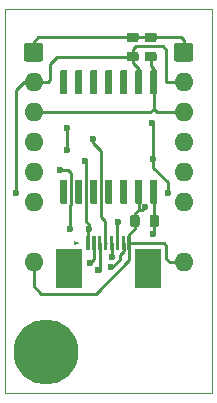
<source format=gtl>
G04 #@! TF.GenerationSoftware,KiCad,Pcbnew,(5.1.5-0-10_14)*
G04 #@! TF.CreationDate,2020-04-13T12:38:15+03:00*
G04 #@! TF.ProjectId,npa700-breakout-b1,6e706137-3030-42d6-9272-65616b6f7574,rev?*
G04 #@! TF.SameCoordinates,Original*
G04 #@! TF.FileFunction,Copper,L1,Top*
G04 #@! TF.FilePolarity,Positive*
%FSLAX46Y46*%
G04 Gerber Fmt 4.6, Leading zero omitted, Abs format (unit mm)*
G04 Created by KiCad (PCBNEW (5.1.5-0-10_14)) date 2020-04-13 12:38:15*
%MOMM*%
%LPD*%
G04 APERTURE LIST*
%ADD10C,0.010000*%
%ADD11O,1.600000X1.600000*%
%ADD12C,0.100000*%
%ADD13C,5.500000*%
%ADD14C,0.700000*%
%ADD15C,0.600000*%
%ADD16C,0.250000*%
G04 APERTURE END LIST*
D10*
X83250001Y-111000000D02*
X83250000Y-78490000D01*
X100750000Y-78490000D02*
X100749999Y-111000000D01*
X100750000Y-78490000D02*
X83250000Y-78490000D01*
X100749999Y-111000000D02*
X83250001Y-111000000D01*
D11*
X85650000Y-99890000D03*
X85650000Y-94810000D03*
X85650000Y-92270000D03*
X85650000Y-89730000D03*
X85650000Y-87190000D03*
X85650000Y-84650000D03*
G04 #@! TA.AperFunction,ComponentPad*
D12*
G36*
X86269603Y-81310963D02*
G01*
X86289018Y-81313843D01*
X86308057Y-81318612D01*
X86326537Y-81325224D01*
X86344279Y-81333616D01*
X86361114Y-81343706D01*
X86376879Y-81355398D01*
X86391421Y-81368579D01*
X86404602Y-81383121D01*
X86416294Y-81398886D01*
X86426384Y-81415721D01*
X86434776Y-81433463D01*
X86441388Y-81451943D01*
X86446157Y-81470982D01*
X86449037Y-81490397D01*
X86450000Y-81510000D01*
X86450000Y-82710000D01*
X86449037Y-82729603D01*
X86446157Y-82749018D01*
X86441388Y-82768057D01*
X86434776Y-82786537D01*
X86426384Y-82804279D01*
X86416294Y-82821114D01*
X86404602Y-82836879D01*
X86391421Y-82851421D01*
X86376879Y-82864602D01*
X86361114Y-82876294D01*
X86344279Y-82886384D01*
X86326537Y-82894776D01*
X86308057Y-82901388D01*
X86289018Y-82906157D01*
X86269603Y-82909037D01*
X86250000Y-82910000D01*
X85050000Y-82910000D01*
X85030397Y-82909037D01*
X85010982Y-82906157D01*
X84991943Y-82901388D01*
X84973463Y-82894776D01*
X84955721Y-82886384D01*
X84938886Y-82876294D01*
X84923121Y-82864602D01*
X84908579Y-82851421D01*
X84895398Y-82836879D01*
X84883706Y-82821114D01*
X84873616Y-82804279D01*
X84865224Y-82786537D01*
X84858612Y-82768057D01*
X84853843Y-82749018D01*
X84850963Y-82729603D01*
X84850000Y-82710000D01*
X84850000Y-81510000D01*
X84850963Y-81490397D01*
X84853843Y-81470982D01*
X84858612Y-81451943D01*
X84865224Y-81433463D01*
X84873616Y-81415721D01*
X84883706Y-81398886D01*
X84895398Y-81383121D01*
X84908579Y-81368579D01*
X84923121Y-81355398D01*
X84938886Y-81343706D01*
X84955721Y-81333616D01*
X84973463Y-81325224D01*
X84991943Y-81318612D01*
X85010982Y-81313843D01*
X85030397Y-81310963D01*
X85050000Y-81310000D01*
X86250000Y-81310000D01*
X86269603Y-81310963D01*
G37*
G04 #@! TD.AperFunction*
D11*
X98350000Y-99890000D03*
X98350000Y-94810000D03*
X98350000Y-92270000D03*
X98350000Y-89730000D03*
X98350000Y-87190000D03*
X98350000Y-84650000D03*
G04 #@! TA.AperFunction,ComponentPad*
D12*
G36*
X98969603Y-81310963D02*
G01*
X98989018Y-81313843D01*
X99008057Y-81318612D01*
X99026537Y-81325224D01*
X99044279Y-81333616D01*
X99061114Y-81343706D01*
X99076879Y-81355398D01*
X99091421Y-81368579D01*
X99104602Y-81383121D01*
X99116294Y-81398886D01*
X99126384Y-81415721D01*
X99134776Y-81433463D01*
X99141388Y-81451943D01*
X99146157Y-81470982D01*
X99149037Y-81490397D01*
X99150000Y-81510000D01*
X99150000Y-82710000D01*
X99149037Y-82729603D01*
X99146157Y-82749018D01*
X99141388Y-82768057D01*
X99134776Y-82786537D01*
X99126384Y-82804279D01*
X99116294Y-82821114D01*
X99104602Y-82836879D01*
X99091421Y-82851421D01*
X99076879Y-82864602D01*
X99061114Y-82876294D01*
X99044279Y-82886384D01*
X99026537Y-82894776D01*
X99008057Y-82901388D01*
X98989018Y-82906157D01*
X98969603Y-82909037D01*
X98950000Y-82910000D01*
X97750000Y-82910000D01*
X97730397Y-82909037D01*
X97710982Y-82906157D01*
X97691943Y-82901388D01*
X97673463Y-82894776D01*
X97655721Y-82886384D01*
X97638886Y-82876294D01*
X97623121Y-82864602D01*
X97608579Y-82851421D01*
X97595398Y-82836879D01*
X97583706Y-82821114D01*
X97573616Y-82804279D01*
X97565224Y-82786537D01*
X97558612Y-82768057D01*
X97553843Y-82749018D01*
X97550963Y-82729603D01*
X97550000Y-82710000D01*
X97550000Y-81510000D01*
X97550963Y-81490397D01*
X97553843Y-81470982D01*
X97558612Y-81451943D01*
X97565224Y-81433463D01*
X97573616Y-81415721D01*
X97583706Y-81398886D01*
X97595398Y-81383121D01*
X97608579Y-81368579D01*
X97623121Y-81355398D01*
X97638886Y-81343706D01*
X97655721Y-81333616D01*
X97673463Y-81325224D01*
X97691943Y-81318612D01*
X97710982Y-81313843D01*
X97730397Y-81310963D01*
X97750000Y-81310000D01*
X98950000Y-81310000D01*
X98969603Y-81310963D01*
G37*
G04 #@! TD.AperFunction*
D13*
X86700000Y-107490000D03*
D14*
X89100000Y-107490000D03*
X88397056Y-109187056D03*
X86700000Y-109890000D03*
X85002944Y-109187056D03*
X84300000Y-107490000D03*
X85002944Y-105792944D03*
X86700000Y-105090000D03*
X88397056Y-105792944D03*
G04 #@! TA.AperFunction,SMDPad,CuDef*
D12*
G36*
X96077579Y-95890963D02*
G01*
X96096996Y-95893843D01*
X96116038Y-95898613D01*
X96134520Y-95905226D01*
X96152265Y-95913619D01*
X96169102Y-95923711D01*
X96184869Y-95935404D01*
X96199413Y-95948587D01*
X96212596Y-95963131D01*
X96224289Y-95978898D01*
X96234381Y-95995735D01*
X96242774Y-96013480D01*
X96249387Y-96031962D01*
X96254157Y-96051004D01*
X96257037Y-96070421D01*
X96258000Y-96090027D01*
X96258000Y-96709973D01*
X96257037Y-96729579D01*
X96254157Y-96748996D01*
X96249387Y-96768038D01*
X96242774Y-96786520D01*
X96234381Y-96804265D01*
X96224289Y-96821102D01*
X96212596Y-96836869D01*
X96199413Y-96851413D01*
X96184869Y-96864596D01*
X96169102Y-96876289D01*
X96152265Y-96886381D01*
X96134520Y-96894774D01*
X96116038Y-96901387D01*
X96096996Y-96906157D01*
X96077579Y-96909037D01*
X96057973Y-96910000D01*
X95668027Y-96910000D01*
X95648421Y-96909037D01*
X95629004Y-96906157D01*
X95609962Y-96901387D01*
X95591480Y-96894774D01*
X95573735Y-96886381D01*
X95556898Y-96876289D01*
X95541131Y-96864596D01*
X95526587Y-96851413D01*
X95513404Y-96836869D01*
X95501711Y-96821102D01*
X95491619Y-96804265D01*
X95483226Y-96786520D01*
X95476613Y-96768038D01*
X95471843Y-96748996D01*
X95468963Y-96729579D01*
X95468000Y-96709973D01*
X95468000Y-96090027D01*
X95468963Y-96070421D01*
X95471843Y-96051004D01*
X95476613Y-96031962D01*
X95483226Y-96013480D01*
X95491619Y-95995735D01*
X95501711Y-95978898D01*
X95513404Y-95963131D01*
X95526587Y-95948587D01*
X95541131Y-95935404D01*
X95556898Y-95923711D01*
X95573735Y-95913619D01*
X95591480Y-95905226D01*
X95609962Y-95898613D01*
X95629004Y-95893843D01*
X95648421Y-95890963D01*
X95668027Y-95890000D01*
X96057973Y-95890000D01*
X96077579Y-95890963D01*
G37*
G04 #@! TD.AperFunction*
G04 #@! TA.AperFunction,SMDPad,CuDef*
G36*
X94447579Y-95890963D02*
G01*
X94466996Y-95893843D01*
X94486038Y-95898613D01*
X94504520Y-95905226D01*
X94522265Y-95913619D01*
X94539102Y-95923711D01*
X94554869Y-95935404D01*
X94569413Y-95948587D01*
X94582596Y-95963131D01*
X94594289Y-95978898D01*
X94604381Y-95995735D01*
X94612774Y-96013480D01*
X94619387Y-96031962D01*
X94624157Y-96051004D01*
X94627037Y-96070421D01*
X94628000Y-96090027D01*
X94628000Y-96709973D01*
X94627037Y-96729579D01*
X94624157Y-96748996D01*
X94619387Y-96768038D01*
X94612774Y-96786520D01*
X94604381Y-96804265D01*
X94594289Y-96821102D01*
X94582596Y-96836869D01*
X94569413Y-96851413D01*
X94554869Y-96864596D01*
X94539102Y-96876289D01*
X94522265Y-96886381D01*
X94504520Y-96894774D01*
X94486038Y-96901387D01*
X94466996Y-96906157D01*
X94447579Y-96909037D01*
X94427973Y-96910000D01*
X94038027Y-96910000D01*
X94018421Y-96909037D01*
X93999004Y-96906157D01*
X93979962Y-96901387D01*
X93961480Y-96894774D01*
X93943735Y-96886381D01*
X93926898Y-96876289D01*
X93911131Y-96864596D01*
X93896587Y-96851413D01*
X93883404Y-96836869D01*
X93871711Y-96821102D01*
X93861619Y-96804265D01*
X93853226Y-96786520D01*
X93846613Y-96768038D01*
X93841843Y-96748996D01*
X93838963Y-96729579D01*
X93838000Y-96709973D01*
X93838000Y-96090027D01*
X93838963Y-96070421D01*
X93841843Y-96051004D01*
X93846613Y-96031962D01*
X93853226Y-96013480D01*
X93861619Y-95995735D01*
X93871711Y-95978898D01*
X93883404Y-95963131D01*
X93896587Y-95948587D01*
X93911131Y-95935404D01*
X93926898Y-95923711D01*
X93943735Y-95913619D01*
X93961480Y-95905226D01*
X93979962Y-95898613D01*
X93999004Y-95893843D01*
X94018421Y-95890963D01*
X94038027Y-95890000D01*
X94427973Y-95890000D01*
X94447579Y-95890963D01*
G37*
G04 #@! TD.AperFunction*
G04 #@! TA.AperFunction,SMDPad,CuDef*
G36*
X94361579Y-80458963D02*
G01*
X94380996Y-80461843D01*
X94400038Y-80466613D01*
X94418520Y-80473226D01*
X94436265Y-80481619D01*
X94453102Y-80491711D01*
X94468869Y-80503404D01*
X94483413Y-80516587D01*
X94496596Y-80531131D01*
X94508289Y-80546898D01*
X94518381Y-80563735D01*
X94526774Y-80581480D01*
X94533387Y-80599962D01*
X94538157Y-80619004D01*
X94541037Y-80638421D01*
X94542000Y-80658027D01*
X94542000Y-81047973D01*
X94541037Y-81067579D01*
X94538157Y-81086996D01*
X94533387Y-81106038D01*
X94526774Y-81124520D01*
X94518381Y-81142265D01*
X94508289Y-81159102D01*
X94496596Y-81174869D01*
X94483413Y-81189413D01*
X94468869Y-81202596D01*
X94453102Y-81214289D01*
X94436265Y-81224381D01*
X94418520Y-81232774D01*
X94400038Y-81239387D01*
X94380996Y-81244157D01*
X94361579Y-81247037D01*
X94341973Y-81248000D01*
X93722027Y-81248000D01*
X93702421Y-81247037D01*
X93683004Y-81244157D01*
X93663962Y-81239387D01*
X93645480Y-81232774D01*
X93627735Y-81224381D01*
X93610898Y-81214289D01*
X93595131Y-81202596D01*
X93580587Y-81189413D01*
X93567404Y-81174869D01*
X93555711Y-81159102D01*
X93545619Y-81142265D01*
X93537226Y-81124520D01*
X93530613Y-81106038D01*
X93525843Y-81086996D01*
X93522963Y-81067579D01*
X93522000Y-81047973D01*
X93522000Y-80658027D01*
X93522963Y-80638421D01*
X93525843Y-80619004D01*
X93530613Y-80599962D01*
X93537226Y-80581480D01*
X93545619Y-80563735D01*
X93555711Y-80546898D01*
X93567404Y-80531131D01*
X93580587Y-80516587D01*
X93595131Y-80503404D01*
X93610898Y-80491711D01*
X93627735Y-80481619D01*
X93645480Y-80473226D01*
X93663962Y-80466613D01*
X93683004Y-80461843D01*
X93702421Y-80458963D01*
X93722027Y-80458000D01*
X94341973Y-80458000D01*
X94361579Y-80458963D01*
G37*
G04 #@! TD.AperFunction*
G04 #@! TA.AperFunction,SMDPad,CuDef*
G36*
X94361579Y-82088963D02*
G01*
X94380996Y-82091843D01*
X94400038Y-82096613D01*
X94418520Y-82103226D01*
X94436265Y-82111619D01*
X94453102Y-82121711D01*
X94468869Y-82133404D01*
X94483413Y-82146587D01*
X94496596Y-82161131D01*
X94508289Y-82176898D01*
X94518381Y-82193735D01*
X94526774Y-82211480D01*
X94533387Y-82229962D01*
X94538157Y-82249004D01*
X94541037Y-82268421D01*
X94542000Y-82288027D01*
X94542000Y-82677973D01*
X94541037Y-82697579D01*
X94538157Y-82716996D01*
X94533387Y-82736038D01*
X94526774Y-82754520D01*
X94518381Y-82772265D01*
X94508289Y-82789102D01*
X94496596Y-82804869D01*
X94483413Y-82819413D01*
X94468869Y-82832596D01*
X94453102Y-82844289D01*
X94436265Y-82854381D01*
X94418520Y-82862774D01*
X94400038Y-82869387D01*
X94380996Y-82874157D01*
X94361579Y-82877037D01*
X94341973Y-82878000D01*
X93722027Y-82878000D01*
X93702421Y-82877037D01*
X93683004Y-82874157D01*
X93663962Y-82869387D01*
X93645480Y-82862774D01*
X93627735Y-82854381D01*
X93610898Y-82844289D01*
X93595131Y-82832596D01*
X93580587Y-82819413D01*
X93567404Y-82804869D01*
X93555711Y-82789102D01*
X93545619Y-82772265D01*
X93537226Y-82754520D01*
X93530613Y-82736038D01*
X93525843Y-82716996D01*
X93522963Y-82697579D01*
X93522000Y-82677973D01*
X93522000Y-82288027D01*
X93522963Y-82268421D01*
X93525843Y-82249004D01*
X93530613Y-82229962D01*
X93537226Y-82211480D01*
X93545619Y-82193735D01*
X93555711Y-82176898D01*
X93567404Y-82161131D01*
X93580587Y-82146587D01*
X93595131Y-82133404D01*
X93610898Y-82121711D01*
X93627735Y-82111619D01*
X93645480Y-82103226D01*
X93663962Y-82096613D01*
X93683004Y-82091843D01*
X93702421Y-82088963D01*
X93722027Y-82088000D01*
X94341973Y-82088000D01*
X94361579Y-82088963D01*
G37*
G04 #@! TD.AperFunction*
G04 #@! TA.AperFunction,SMDPad,CuDef*
G36*
X95885579Y-82088963D02*
G01*
X95904996Y-82091843D01*
X95924038Y-82096613D01*
X95942520Y-82103226D01*
X95960265Y-82111619D01*
X95977102Y-82121711D01*
X95992869Y-82133404D01*
X96007413Y-82146587D01*
X96020596Y-82161131D01*
X96032289Y-82176898D01*
X96042381Y-82193735D01*
X96050774Y-82211480D01*
X96057387Y-82229962D01*
X96062157Y-82249004D01*
X96065037Y-82268421D01*
X96066000Y-82288027D01*
X96066000Y-82677973D01*
X96065037Y-82697579D01*
X96062157Y-82716996D01*
X96057387Y-82736038D01*
X96050774Y-82754520D01*
X96042381Y-82772265D01*
X96032289Y-82789102D01*
X96020596Y-82804869D01*
X96007413Y-82819413D01*
X95992869Y-82832596D01*
X95977102Y-82844289D01*
X95960265Y-82854381D01*
X95942520Y-82862774D01*
X95924038Y-82869387D01*
X95904996Y-82874157D01*
X95885579Y-82877037D01*
X95865973Y-82878000D01*
X95246027Y-82878000D01*
X95226421Y-82877037D01*
X95207004Y-82874157D01*
X95187962Y-82869387D01*
X95169480Y-82862774D01*
X95151735Y-82854381D01*
X95134898Y-82844289D01*
X95119131Y-82832596D01*
X95104587Y-82819413D01*
X95091404Y-82804869D01*
X95079711Y-82789102D01*
X95069619Y-82772265D01*
X95061226Y-82754520D01*
X95054613Y-82736038D01*
X95049843Y-82716996D01*
X95046963Y-82697579D01*
X95046000Y-82677973D01*
X95046000Y-82288027D01*
X95046963Y-82268421D01*
X95049843Y-82249004D01*
X95054613Y-82229962D01*
X95061226Y-82211480D01*
X95069619Y-82193735D01*
X95079711Y-82176898D01*
X95091404Y-82161131D01*
X95104587Y-82146587D01*
X95119131Y-82133404D01*
X95134898Y-82121711D01*
X95151735Y-82111619D01*
X95169480Y-82103226D01*
X95187962Y-82096613D01*
X95207004Y-82091843D01*
X95226421Y-82088963D01*
X95246027Y-82088000D01*
X95865973Y-82088000D01*
X95885579Y-82088963D01*
G37*
G04 #@! TD.AperFunction*
G04 #@! TA.AperFunction,SMDPad,CuDef*
G36*
X95885579Y-80458963D02*
G01*
X95904996Y-80461843D01*
X95924038Y-80466613D01*
X95942520Y-80473226D01*
X95960265Y-80481619D01*
X95977102Y-80491711D01*
X95992869Y-80503404D01*
X96007413Y-80516587D01*
X96020596Y-80531131D01*
X96032289Y-80546898D01*
X96042381Y-80563735D01*
X96050774Y-80581480D01*
X96057387Y-80599962D01*
X96062157Y-80619004D01*
X96065037Y-80638421D01*
X96066000Y-80658027D01*
X96066000Y-81047973D01*
X96065037Y-81067579D01*
X96062157Y-81086996D01*
X96057387Y-81106038D01*
X96050774Y-81124520D01*
X96042381Y-81142265D01*
X96032289Y-81159102D01*
X96020596Y-81174869D01*
X96007413Y-81189413D01*
X95992869Y-81202596D01*
X95977102Y-81214289D01*
X95960265Y-81224381D01*
X95942520Y-81232774D01*
X95924038Y-81239387D01*
X95904996Y-81244157D01*
X95885579Y-81247037D01*
X95865973Y-81248000D01*
X95246027Y-81248000D01*
X95226421Y-81247037D01*
X95207004Y-81244157D01*
X95187962Y-81239387D01*
X95169480Y-81232774D01*
X95151735Y-81224381D01*
X95134898Y-81214289D01*
X95119131Y-81202596D01*
X95104587Y-81189413D01*
X95091404Y-81174869D01*
X95079711Y-81159102D01*
X95069619Y-81142265D01*
X95061226Y-81124520D01*
X95054613Y-81106038D01*
X95049843Y-81086996D01*
X95046963Y-81067579D01*
X95046000Y-81047973D01*
X95046000Y-80658027D01*
X95046963Y-80638421D01*
X95049843Y-80619004D01*
X95054613Y-80599962D01*
X95061226Y-80581480D01*
X95069619Y-80563735D01*
X95079711Y-80546898D01*
X95091404Y-80531131D01*
X95104587Y-80516587D01*
X95119131Y-80503404D01*
X95134898Y-80491711D01*
X95151735Y-80481619D01*
X95169480Y-80473226D01*
X95187962Y-80466613D01*
X95207004Y-80461843D01*
X95226421Y-80458963D01*
X95246027Y-80458000D01*
X95865973Y-80458000D01*
X95885579Y-80458963D01*
G37*
G04 #@! TD.AperFunction*
G04 #@! TA.AperFunction,SMDPad,CuDef*
G36*
X88354703Y-92913722D02*
G01*
X88369264Y-92915882D01*
X88383543Y-92919459D01*
X88397403Y-92924418D01*
X88410710Y-92930712D01*
X88423336Y-92938280D01*
X88435159Y-92947048D01*
X88446066Y-92956934D01*
X88455952Y-92967841D01*
X88464720Y-92979664D01*
X88472288Y-92992290D01*
X88478582Y-93005597D01*
X88483541Y-93019457D01*
X88487118Y-93033736D01*
X88489278Y-93048297D01*
X88490000Y-93063000D01*
X88490000Y-94813000D01*
X88489278Y-94827703D01*
X88487118Y-94842264D01*
X88483541Y-94856543D01*
X88478582Y-94870403D01*
X88472288Y-94883710D01*
X88464720Y-94896336D01*
X88455952Y-94908159D01*
X88446066Y-94919066D01*
X88435159Y-94928952D01*
X88423336Y-94937720D01*
X88410710Y-94945288D01*
X88397403Y-94951582D01*
X88383543Y-94956541D01*
X88369264Y-94960118D01*
X88354703Y-94962278D01*
X88340000Y-94963000D01*
X88040000Y-94963000D01*
X88025297Y-94962278D01*
X88010736Y-94960118D01*
X87996457Y-94956541D01*
X87982597Y-94951582D01*
X87969290Y-94945288D01*
X87956664Y-94937720D01*
X87944841Y-94928952D01*
X87933934Y-94919066D01*
X87924048Y-94908159D01*
X87915280Y-94896336D01*
X87907712Y-94883710D01*
X87901418Y-94870403D01*
X87896459Y-94856543D01*
X87892882Y-94842264D01*
X87890722Y-94827703D01*
X87890000Y-94813000D01*
X87890000Y-93063000D01*
X87890722Y-93048297D01*
X87892882Y-93033736D01*
X87896459Y-93019457D01*
X87901418Y-93005597D01*
X87907712Y-92992290D01*
X87915280Y-92979664D01*
X87924048Y-92967841D01*
X87933934Y-92956934D01*
X87944841Y-92947048D01*
X87956664Y-92938280D01*
X87969290Y-92930712D01*
X87982597Y-92924418D01*
X87996457Y-92919459D01*
X88010736Y-92915882D01*
X88025297Y-92913722D01*
X88040000Y-92913000D01*
X88340000Y-92913000D01*
X88354703Y-92913722D01*
G37*
G04 #@! TD.AperFunction*
G04 #@! TA.AperFunction,SMDPad,CuDef*
G36*
X89624703Y-92913722D02*
G01*
X89639264Y-92915882D01*
X89653543Y-92919459D01*
X89667403Y-92924418D01*
X89680710Y-92930712D01*
X89693336Y-92938280D01*
X89705159Y-92947048D01*
X89716066Y-92956934D01*
X89725952Y-92967841D01*
X89734720Y-92979664D01*
X89742288Y-92992290D01*
X89748582Y-93005597D01*
X89753541Y-93019457D01*
X89757118Y-93033736D01*
X89759278Y-93048297D01*
X89760000Y-93063000D01*
X89760000Y-94813000D01*
X89759278Y-94827703D01*
X89757118Y-94842264D01*
X89753541Y-94856543D01*
X89748582Y-94870403D01*
X89742288Y-94883710D01*
X89734720Y-94896336D01*
X89725952Y-94908159D01*
X89716066Y-94919066D01*
X89705159Y-94928952D01*
X89693336Y-94937720D01*
X89680710Y-94945288D01*
X89667403Y-94951582D01*
X89653543Y-94956541D01*
X89639264Y-94960118D01*
X89624703Y-94962278D01*
X89610000Y-94963000D01*
X89310000Y-94963000D01*
X89295297Y-94962278D01*
X89280736Y-94960118D01*
X89266457Y-94956541D01*
X89252597Y-94951582D01*
X89239290Y-94945288D01*
X89226664Y-94937720D01*
X89214841Y-94928952D01*
X89203934Y-94919066D01*
X89194048Y-94908159D01*
X89185280Y-94896336D01*
X89177712Y-94883710D01*
X89171418Y-94870403D01*
X89166459Y-94856543D01*
X89162882Y-94842264D01*
X89160722Y-94827703D01*
X89160000Y-94813000D01*
X89160000Y-93063000D01*
X89160722Y-93048297D01*
X89162882Y-93033736D01*
X89166459Y-93019457D01*
X89171418Y-93005597D01*
X89177712Y-92992290D01*
X89185280Y-92979664D01*
X89194048Y-92967841D01*
X89203934Y-92956934D01*
X89214841Y-92947048D01*
X89226664Y-92938280D01*
X89239290Y-92930712D01*
X89252597Y-92924418D01*
X89266457Y-92919459D01*
X89280736Y-92915882D01*
X89295297Y-92913722D01*
X89310000Y-92913000D01*
X89610000Y-92913000D01*
X89624703Y-92913722D01*
G37*
G04 #@! TD.AperFunction*
G04 #@! TA.AperFunction,SMDPad,CuDef*
G36*
X90894703Y-92913722D02*
G01*
X90909264Y-92915882D01*
X90923543Y-92919459D01*
X90937403Y-92924418D01*
X90950710Y-92930712D01*
X90963336Y-92938280D01*
X90975159Y-92947048D01*
X90986066Y-92956934D01*
X90995952Y-92967841D01*
X91004720Y-92979664D01*
X91012288Y-92992290D01*
X91018582Y-93005597D01*
X91023541Y-93019457D01*
X91027118Y-93033736D01*
X91029278Y-93048297D01*
X91030000Y-93063000D01*
X91030000Y-94813000D01*
X91029278Y-94827703D01*
X91027118Y-94842264D01*
X91023541Y-94856543D01*
X91018582Y-94870403D01*
X91012288Y-94883710D01*
X91004720Y-94896336D01*
X90995952Y-94908159D01*
X90986066Y-94919066D01*
X90975159Y-94928952D01*
X90963336Y-94937720D01*
X90950710Y-94945288D01*
X90937403Y-94951582D01*
X90923543Y-94956541D01*
X90909264Y-94960118D01*
X90894703Y-94962278D01*
X90880000Y-94963000D01*
X90580000Y-94963000D01*
X90565297Y-94962278D01*
X90550736Y-94960118D01*
X90536457Y-94956541D01*
X90522597Y-94951582D01*
X90509290Y-94945288D01*
X90496664Y-94937720D01*
X90484841Y-94928952D01*
X90473934Y-94919066D01*
X90464048Y-94908159D01*
X90455280Y-94896336D01*
X90447712Y-94883710D01*
X90441418Y-94870403D01*
X90436459Y-94856543D01*
X90432882Y-94842264D01*
X90430722Y-94827703D01*
X90430000Y-94813000D01*
X90430000Y-93063000D01*
X90430722Y-93048297D01*
X90432882Y-93033736D01*
X90436459Y-93019457D01*
X90441418Y-93005597D01*
X90447712Y-92992290D01*
X90455280Y-92979664D01*
X90464048Y-92967841D01*
X90473934Y-92956934D01*
X90484841Y-92947048D01*
X90496664Y-92938280D01*
X90509290Y-92930712D01*
X90522597Y-92924418D01*
X90536457Y-92919459D01*
X90550736Y-92915882D01*
X90565297Y-92913722D01*
X90580000Y-92913000D01*
X90880000Y-92913000D01*
X90894703Y-92913722D01*
G37*
G04 #@! TD.AperFunction*
G04 #@! TA.AperFunction,SMDPad,CuDef*
G36*
X92164703Y-92913722D02*
G01*
X92179264Y-92915882D01*
X92193543Y-92919459D01*
X92207403Y-92924418D01*
X92220710Y-92930712D01*
X92233336Y-92938280D01*
X92245159Y-92947048D01*
X92256066Y-92956934D01*
X92265952Y-92967841D01*
X92274720Y-92979664D01*
X92282288Y-92992290D01*
X92288582Y-93005597D01*
X92293541Y-93019457D01*
X92297118Y-93033736D01*
X92299278Y-93048297D01*
X92300000Y-93063000D01*
X92300000Y-94813000D01*
X92299278Y-94827703D01*
X92297118Y-94842264D01*
X92293541Y-94856543D01*
X92288582Y-94870403D01*
X92282288Y-94883710D01*
X92274720Y-94896336D01*
X92265952Y-94908159D01*
X92256066Y-94919066D01*
X92245159Y-94928952D01*
X92233336Y-94937720D01*
X92220710Y-94945288D01*
X92207403Y-94951582D01*
X92193543Y-94956541D01*
X92179264Y-94960118D01*
X92164703Y-94962278D01*
X92150000Y-94963000D01*
X91850000Y-94963000D01*
X91835297Y-94962278D01*
X91820736Y-94960118D01*
X91806457Y-94956541D01*
X91792597Y-94951582D01*
X91779290Y-94945288D01*
X91766664Y-94937720D01*
X91754841Y-94928952D01*
X91743934Y-94919066D01*
X91734048Y-94908159D01*
X91725280Y-94896336D01*
X91717712Y-94883710D01*
X91711418Y-94870403D01*
X91706459Y-94856543D01*
X91702882Y-94842264D01*
X91700722Y-94827703D01*
X91700000Y-94813000D01*
X91700000Y-93063000D01*
X91700722Y-93048297D01*
X91702882Y-93033736D01*
X91706459Y-93019457D01*
X91711418Y-93005597D01*
X91717712Y-92992290D01*
X91725280Y-92979664D01*
X91734048Y-92967841D01*
X91743934Y-92956934D01*
X91754841Y-92947048D01*
X91766664Y-92938280D01*
X91779290Y-92930712D01*
X91792597Y-92924418D01*
X91806457Y-92919459D01*
X91820736Y-92915882D01*
X91835297Y-92913722D01*
X91850000Y-92913000D01*
X92150000Y-92913000D01*
X92164703Y-92913722D01*
G37*
G04 #@! TD.AperFunction*
G04 #@! TA.AperFunction,SMDPad,CuDef*
G36*
X93434703Y-92913722D02*
G01*
X93449264Y-92915882D01*
X93463543Y-92919459D01*
X93477403Y-92924418D01*
X93490710Y-92930712D01*
X93503336Y-92938280D01*
X93515159Y-92947048D01*
X93526066Y-92956934D01*
X93535952Y-92967841D01*
X93544720Y-92979664D01*
X93552288Y-92992290D01*
X93558582Y-93005597D01*
X93563541Y-93019457D01*
X93567118Y-93033736D01*
X93569278Y-93048297D01*
X93570000Y-93063000D01*
X93570000Y-94813000D01*
X93569278Y-94827703D01*
X93567118Y-94842264D01*
X93563541Y-94856543D01*
X93558582Y-94870403D01*
X93552288Y-94883710D01*
X93544720Y-94896336D01*
X93535952Y-94908159D01*
X93526066Y-94919066D01*
X93515159Y-94928952D01*
X93503336Y-94937720D01*
X93490710Y-94945288D01*
X93477403Y-94951582D01*
X93463543Y-94956541D01*
X93449264Y-94960118D01*
X93434703Y-94962278D01*
X93420000Y-94963000D01*
X93120000Y-94963000D01*
X93105297Y-94962278D01*
X93090736Y-94960118D01*
X93076457Y-94956541D01*
X93062597Y-94951582D01*
X93049290Y-94945288D01*
X93036664Y-94937720D01*
X93024841Y-94928952D01*
X93013934Y-94919066D01*
X93004048Y-94908159D01*
X92995280Y-94896336D01*
X92987712Y-94883710D01*
X92981418Y-94870403D01*
X92976459Y-94856543D01*
X92972882Y-94842264D01*
X92970722Y-94827703D01*
X92970000Y-94813000D01*
X92970000Y-93063000D01*
X92970722Y-93048297D01*
X92972882Y-93033736D01*
X92976459Y-93019457D01*
X92981418Y-93005597D01*
X92987712Y-92992290D01*
X92995280Y-92979664D01*
X93004048Y-92967841D01*
X93013934Y-92956934D01*
X93024841Y-92947048D01*
X93036664Y-92938280D01*
X93049290Y-92930712D01*
X93062597Y-92924418D01*
X93076457Y-92919459D01*
X93090736Y-92915882D01*
X93105297Y-92913722D01*
X93120000Y-92913000D01*
X93420000Y-92913000D01*
X93434703Y-92913722D01*
G37*
G04 #@! TD.AperFunction*
G04 #@! TA.AperFunction,SMDPad,CuDef*
G36*
X94704703Y-92913722D02*
G01*
X94719264Y-92915882D01*
X94733543Y-92919459D01*
X94747403Y-92924418D01*
X94760710Y-92930712D01*
X94773336Y-92938280D01*
X94785159Y-92947048D01*
X94796066Y-92956934D01*
X94805952Y-92967841D01*
X94814720Y-92979664D01*
X94822288Y-92992290D01*
X94828582Y-93005597D01*
X94833541Y-93019457D01*
X94837118Y-93033736D01*
X94839278Y-93048297D01*
X94840000Y-93063000D01*
X94840000Y-94813000D01*
X94839278Y-94827703D01*
X94837118Y-94842264D01*
X94833541Y-94856543D01*
X94828582Y-94870403D01*
X94822288Y-94883710D01*
X94814720Y-94896336D01*
X94805952Y-94908159D01*
X94796066Y-94919066D01*
X94785159Y-94928952D01*
X94773336Y-94937720D01*
X94760710Y-94945288D01*
X94747403Y-94951582D01*
X94733543Y-94956541D01*
X94719264Y-94960118D01*
X94704703Y-94962278D01*
X94690000Y-94963000D01*
X94390000Y-94963000D01*
X94375297Y-94962278D01*
X94360736Y-94960118D01*
X94346457Y-94956541D01*
X94332597Y-94951582D01*
X94319290Y-94945288D01*
X94306664Y-94937720D01*
X94294841Y-94928952D01*
X94283934Y-94919066D01*
X94274048Y-94908159D01*
X94265280Y-94896336D01*
X94257712Y-94883710D01*
X94251418Y-94870403D01*
X94246459Y-94856543D01*
X94242882Y-94842264D01*
X94240722Y-94827703D01*
X94240000Y-94813000D01*
X94240000Y-93063000D01*
X94240722Y-93048297D01*
X94242882Y-93033736D01*
X94246459Y-93019457D01*
X94251418Y-93005597D01*
X94257712Y-92992290D01*
X94265280Y-92979664D01*
X94274048Y-92967841D01*
X94283934Y-92956934D01*
X94294841Y-92947048D01*
X94306664Y-92938280D01*
X94319290Y-92930712D01*
X94332597Y-92924418D01*
X94346457Y-92919459D01*
X94360736Y-92915882D01*
X94375297Y-92913722D01*
X94390000Y-92913000D01*
X94690000Y-92913000D01*
X94704703Y-92913722D01*
G37*
G04 #@! TD.AperFunction*
G04 #@! TA.AperFunction,SMDPad,CuDef*
G36*
X95974703Y-92913722D02*
G01*
X95989264Y-92915882D01*
X96003543Y-92919459D01*
X96017403Y-92924418D01*
X96030710Y-92930712D01*
X96043336Y-92938280D01*
X96055159Y-92947048D01*
X96066066Y-92956934D01*
X96075952Y-92967841D01*
X96084720Y-92979664D01*
X96092288Y-92992290D01*
X96098582Y-93005597D01*
X96103541Y-93019457D01*
X96107118Y-93033736D01*
X96109278Y-93048297D01*
X96110000Y-93063000D01*
X96110000Y-94813000D01*
X96109278Y-94827703D01*
X96107118Y-94842264D01*
X96103541Y-94856543D01*
X96098582Y-94870403D01*
X96092288Y-94883710D01*
X96084720Y-94896336D01*
X96075952Y-94908159D01*
X96066066Y-94919066D01*
X96055159Y-94928952D01*
X96043336Y-94937720D01*
X96030710Y-94945288D01*
X96017403Y-94951582D01*
X96003543Y-94956541D01*
X95989264Y-94960118D01*
X95974703Y-94962278D01*
X95960000Y-94963000D01*
X95660000Y-94963000D01*
X95645297Y-94962278D01*
X95630736Y-94960118D01*
X95616457Y-94956541D01*
X95602597Y-94951582D01*
X95589290Y-94945288D01*
X95576664Y-94937720D01*
X95564841Y-94928952D01*
X95553934Y-94919066D01*
X95544048Y-94908159D01*
X95535280Y-94896336D01*
X95527712Y-94883710D01*
X95521418Y-94870403D01*
X95516459Y-94856543D01*
X95512882Y-94842264D01*
X95510722Y-94827703D01*
X95510000Y-94813000D01*
X95510000Y-93063000D01*
X95510722Y-93048297D01*
X95512882Y-93033736D01*
X95516459Y-93019457D01*
X95521418Y-93005597D01*
X95527712Y-92992290D01*
X95535280Y-92979664D01*
X95544048Y-92967841D01*
X95553934Y-92956934D01*
X95564841Y-92947048D01*
X95576664Y-92938280D01*
X95589290Y-92930712D01*
X95602597Y-92924418D01*
X95616457Y-92919459D01*
X95630736Y-92915882D01*
X95645297Y-92913722D01*
X95660000Y-92913000D01*
X95960000Y-92913000D01*
X95974703Y-92913722D01*
G37*
G04 #@! TD.AperFunction*
G04 #@! TA.AperFunction,SMDPad,CuDef*
G36*
X95974703Y-83613722D02*
G01*
X95989264Y-83615882D01*
X96003543Y-83619459D01*
X96017403Y-83624418D01*
X96030710Y-83630712D01*
X96043336Y-83638280D01*
X96055159Y-83647048D01*
X96066066Y-83656934D01*
X96075952Y-83667841D01*
X96084720Y-83679664D01*
X96092288Y-83692290D01*
X96098582Y-83705597D01*
X96103541Y-83719457D01*
X96107118Y-83733736D01*
X96109278Y-83748297D01*
X96110000Y-83763000D01*
X96110000Y-85513000D01*
X96109278Y-85527703D01*
X96107118Y-85542264D01*
X96103541Y-85556543D01*
X96098582Y-85570403D01*
X96092288Y-85583710D01*
X96084720Y-85596336D01*
X96075952Y-85608159D01*
X96066066Y-85619066D01*
X96055159Y-85628952D01*
X96043336Y-85637720D01*
X96030710Y-85645288D01*
X96017403Y-85651582D01*
X96003543Y-85656541D01*
X95989264Y-85660118D01*
X95974703Y-85662278D01*
X95960000Y-85663000D01*
X95660000Y-85663000D01*
X95645297Y-85662278D01*
X95630736Y-85660118D01*
X95616457Y-85656541D01*
X95602597Y-85651582D01*
X95589290Y-85645288D01*
X95576664Y-85637720D01*
X95564841Y-85628952D01*
X95553934Y-85619066D01*
X95544048Y-85608159D01*
X95535280Y-85596336D01*
X95527712Y-85583710D01*
X95521418Y-85570403D01*
X95516459Y-85556543D01*
X95512882Y-85542264D01*
X95510722Y-85527703D01*
X95510000Y-85513000D01*
X95510000Y-83763000D01*
X95510722Y-83748297D01*
X95512882Y-83733736D01*
X95516459Y-83719457D01*
X95521418Y-83705597D01*
X95527712Y-83692290D01*
X95535280Y-83679664D01*
X95544048Y-83667841D01*
X95553934Y-83656934D01*
X95564841Y-83647048D01*
X95576664Y-83638280D01*
X95589290Y-83630712D01*
X95602597Y-83624418D01*
X95616457Y-83619459D01*
X95630736Y-83615882D01*
X95645297Y-83613722D01*
X95660000Y-83613000D01*
X95960000Y-83613000D01*
X95974703Y-83613722D01*
G37*
G04 #@! TD.AperFunction*
G04 #@! TA.AperFunction,SMDPad,CuDef*
G36*
X94704703Y-83613722D02*
G01*
X94719264Y-83615882D01*
X94733543Y-83619459D01*
X94747403Y-83624418D01*
X94760710Y-83630712D01*
X94773336Y-83638280D01*
X94785159Y-83647048D01*
X94796066Y-83656934D01*
X94805952Y-83667841D01*
X94814720Y-83679664D01*
X94822288Y-83692290D01*
X94828582Y-83705597D01*
X94833541Y-83719457D01*
X94837118Y-83733736D01*
X94839278Y-83748297D01*
X94840000Y-83763000D01*
X94840000Y-85513000D01*
X94839278Y-85527703D01*
X94837118Y-85542264D01*
X94833541Y-85556543D01*
X94828582Y-85570403D01*
X94822288Y-85583710D01*
X94814720Y-85596336D01*
X94805952Y-85608159D01*
X94796066Y-85619066D01*
X94785159Y-85628952D01*
X94773336Y-85637720D01*
X94760710Y-85645288D01*
X94747403Y-85651582D01*
X94733543Y-85656541D01*
X94719264Y-85660118D01*
X94704703Y-85662278D01*
X94690000Y-85663000D01*
X94390000Y-85663000D01*
X94375297Y-85662278D01*
X94360736Y-85660118D01*
X94346457Y-85656541D01*
X94332597Y-85651582D01*
X94319290Y-85645288D01*
X94306664Y-85637720D01*
X94294841Y-85628952D01*
X94283934Y-85619066D01*
X94274048Y-85608159D01*
X94265280Y-85596336D01*
X94257712Y-85583710D01*
X94251418Y-85570403D01*
X94246459Y-85556543D01*
X94242882Y-85542264D01*
X94240722Y-85527703D01*
X94240000Y-85513000D01*
X94240000Y-83763000D01*
X94240722Y-83748297D01*
X94242882Y-83733736D01*
X94246459Y-83719457D01*
X94251418Y-83705597D01*
X94257712Y-83692290D01*
X94265280Y-83679664D01*
X94274048Y-83667841D01*
X94283934Y-83656934D01*
X94294841Y-83647048D01*
X94306664Y-83638280D01*
X94319290Y-83630712D01*
X94332597Y-83624418D01*
X94346457Y-83619459D01*
X94360736Y-83615882D01*
X94375297Y-83613722D01*
X94390000Y-83613000D01*
X94690000Y-83613000D01*
X94704703Y-83613722D01*
G37*
G04 #@! TD.AperFunction*
G04 #@! TA.AperFunction,SMDPad,CuDef*
G36*
X93434703Y-83613722D02*
G01*
X93449264Y-83615882D01*
X93463543Y-83619459D01*
X93477403Y-83624418D01*
X93490710Y-83630712D01*
X93503336Y-83638280D01*
X93515159Y-83647048D01*
X93526066Y-83656934D01*
X93535952Y-83667841D01*
X93544720Y-83679664D01*
X93552288Y-83692290D01*
X93558582Y-83705597D01*
X93563541Y-83719457D01*
X93567118Y-83733736D01*
X93569278Y-83748297D01*
X93570000Y-83763000D01*
X93570000Y-85513000D01*
X93569278Y-85527703D01*
X93567118Y-85542264D01*
X93563541Y-85556543D01*
X93558582Y-85570403D01*
X93552288Y-85583710D01*
X93544720Y-85596336D01*
X93535952Y-85608159D01*
X93526066Y-85619066D01*
X93515159Y-85628952D01*
X93503336Y-85637720D01*
X93490710Y-85645288D01*
X93477403Y-85651582D01*
X93463543Y-85656541D01*
X93449264Y-85660118D01*
X93434703Y-85662278D01*
X93420000Y-85663000D01*
X93120000Y-85663000D01*
X93105297Y-85662278D01*
X93090736Y-85660118D01*
X93076457Y-85656541D01*
X93062597Y-85651582D01*
X93049290Y-85645288D01*
X93036664Y-85637720D01*
X93024841Y-85628952D01*
X93013934Y-85619066D01*
X93004048Y-85608159D01*
X92995280Y-85596336D01*
X92987712Y-85583710D01*
X92981418Y-85570403D01*
X92976459Y-85556543D01*
X92972882Y-85542264D01*
X92970722Y-85527703D01*
X92970000Y-85513000D01*
X92970000Y-83763000D01*
X92970722Y-83748297D01*
X92972882Y-83733736D01*
X92976459Y-83719457D01*
X92981418Y-83705597D01*
X92987712Y-83692290D01*
X92995280Y-83679664D01*
X93004048Y-83667841D01*
X93013934Y-83656934D01*
X93024841Y-83647048D01*
X93036664Y-83638280D01*
X93049290Y-83630712D01*
X93062597Y-83624418D01*
X93076457Y-83619459D01*
X93090736Y-83615882D01*
X93105297Y-83613722D01*
X93120000Y-83613000D01*
X93420000Y-83613000D01*
X93434703Y-83613722D01*
G37*
G04 #@! TD.AperFunction*
G04 #@! TA.AperFunction,SMDPad,CuDef*
G36*
X92164703Y-83613722D02*
G01*
X92179264Y-83615882D01*
X92193543Y-83619459D01*
X92207403Y-83624418D01*
X92220710Y-83630712D01*
X92233336Y-83638280D01*
X92245159Y-83647048D01*
X92256066Y-83656934D01*
X92265952Y-83667841D01*
X92274720Y-83679664D01*
X92282288Y-83692290D01*
X92288582Y-83705597D01*
X92293541Y-83719457D01*
X92297118Y-83733736D01*
X92299278Y-83748297D01*
X92300000Y-83763000D01*
X92300000Y-85513000D01*
X92299278Y-85527703D01*
X92297118Y-85542264D01*
X92293541Y-85556543D01*
X92288582Y-85570403D01*
X92282288Y-85583710D01*
X92274720Y-85596336D01*
X92265952Y-85608159D01*
X92256066Y-85619066D01*
X92245159Y-85628952D01*
X92233336Y-85637720D01*
X92220710Y-85645288D01*
X92207403Y-85651582D01*
X92193543Y-85656541D01*
X92179264Y-85660118D01*
X92164703Y-85662278D01*
X92150000Y-85663000D01*
X91850000Y-85663000D01*
X91835297Y-85662278D01*
X91820736Y-85660118D01*
X91806457Y-85656541D01*
X91792597Y-85651582D01*
X91779290Y-85645288D01*
X91766664Y-85637720D01*
X91754841Y-85628952D01*
X91743934Y-85619066D01*
X91734048Y-85608159D01*
X91725280Y-85596336D01*
X91717712Y-85583710D01*
X91711418Y-85570403D01*
X91706459Y-85556543D01*
X91702882Y-85542264D01*
X91700722Y-85527703D01*
X91700000Y-85513000D01*
X91700000Y-83763000D01*
X91700722Y-83748297D01*
X91702882Y-83733736D01*
X91706459Y-83719457D01*
X91711418Y-83705597D01*
X91717712Y-83692290D01*
X91725280Y-83679664D01*
X91734048Y-83667841D01*
X91743934Y-83656934D01*
X91754841Y-83647048D01*
X91766664Y-83638280D01*
X91779290Y-83630712D01*
X91792597Y-83624418D01*
X91806457Y-83619459D01*
X91820736Y-83615882D01*
X91835297Y-83613722D01*
X91850000Y-83613000D01*
X92150000Y-83613000D01*
X92164703Y-83613722D01*
G37*
G04 #@! TD.AperFunction*
G04 #@! TA.AperFunction,SMDPad,CuDef*
G36*
X90894703Y-83613722D02*
G01*
X90909264Y-83615882D01*
X90923543Y-83619459D01*
X90937403Y-83624418D01*
X90950710Y-83630712D01*
X90963336Y-83638280D01*
X90975159Y-83647048D01*
X90986066Y-83656934D01*
X90995952Y-83667841D01*
X91004720Y-83679664D01*
X91012288Y-83692290D01*
X91018582Y-83705597D01*
X91023541Y-83719457D01*
X91027118Y-83733736D01*
X91029278Y-83748297D01*
X91030000Y-83763000D01*
X91030000Y-85513000D01*
X91029278Y-85527703D01*
X91027118Y-85542264D01*
X91023541Y-85556543D01*
X91018582Y-85570403D01*
X91012288Y-85583710D01*
X91004720Y-85596336D01*
X90995952Y-85608159D01*
X90986066Y-85619066D01*
X90975159Y-85628952D01*
X90963336Y-85637720D01*
X90950710Y-85645288D01*
X90937403Y-85651582D01*
X90923543Y-85656541D01*
X90909264Y-85660118D01*
X90894703Y-85662278D01*
X90880000Y-85663000D01*
X90580000Y-85663000D01*
X90565297Y-85662278D01*
X90550736Y-85660118D01*
X90536457Y-85656541D01*
X90522597Y-85651582D01*
X90509290Y-85645288D01*
X90496664Y-85637720D01*
X90484841Y-85628952D01*
X90473934Y-85619066D01*
X90464048Y-85608159D01*
X90455280Y-85596336D01*
X90447712Y-85583710D01*
X90441418Y-85570403D01*
X90436459Y-85556543D01*
X90432882Y-85542264D01*
X90430722Y-85527703D01*
X90430000Y-85513000D01*
X90430000Y-83763000D01*
X90430722Y-83748297D01*
X90432882Y-83733736D01*
X90436459Y-83719457D01*
X90441418Y-83705597D01*
X90447712Y-83692290D01*
X90455280Y-83679664D01*
X90464048Y-83667841D01*
X90473934Y-83656934D01*
X90484841Y-83647048D01*
X90496664Y-83638280D01*
X90509290Y-83630712D01*
X90522597Y-83624418D01*
X90536457Y-83619459D01*
X90550736Y-83615882D01*
X90565297Y-83613722D01*
X90580000Y-83613000D01*
X90880000Y-83613000D01*
X90894703Y-83613722D01*
G37*
G04 #@! TD.AperFunction*
G04 #@! TA.AperFunction,SMDPad,CuDef*
G36*
X89624703Y-83613722D02*
G01*
X89639264Y-83615882D01*
X89653543Y-83619459D01*
X89667403Y-83624418D01*
X89680710Y-83630712D01*
X89693336Y-83638280D01*
X89705159Y-83647048D01*
X89716066Y-83656934D01*
X89725952Y-83667841D01*
X89734720Y-83679664D01*
X89742288Y-83692290D01*
X89748582Y-83705597D01*
X89753541Y-83719457D01*
X89757118Y-83733736D01*
X89759278Y-83748297D01*
X89760000Y-83763000D01*
X89760000Y-85513000D01*
X89759278Y-85527703D01*
X89757118Y-85542264D01*
X89753541Y-85556543D01*
X89748582Y-85570403D01*
X89742288Y-85583710D01*
X89734720Y-85596336D01*
X89725952Y-85608159D01*
X89716066Y-85619066D01*
X89705159Y-85628952D01*
X89693336Y-85637720D01*
X89680710Y-85645288D01*
X89667403Y-85651582D01*
X89653543Y-85656541D01*
X89639264Y-85660118D01*
X89624703Y-85662278D01*
X89610000Y-85663000D01*
X89310000Y-85663000D01*
X89295297Y-85662278D01*
X89280736Y-85660118D01*
X89266457Y-85656541D01*
X89252597Y-85651582D01*
X89239290Y-85645288D01*
X89226664Y-85637720D01*
X89214841Y-85628952D01*
X89203934Y-85619066D01*
X89194048Y-85608159D01*
X89185280Y-85596336D01*
X89177712Y-85583710D01*
X89171418Y-85570403D01*
X89166459Y-85556543D01*
X89162882Y-85542264D01*
X89160722Y-85527703D01*
X89160000Y-85513000D01*
X89160000Y-83763000D01*
X89160722Y-83748297D01*
X89162882Y-83733736D01*
X89166459Y-83719457D01*
X89171418Y-83705597D01*
X89177712Y-83692290D01*
X89185280Y-83679664D01*
X89194048Y-83667841D01*
X89203934Y-83656934D01*
X89214841Y-83647048D01*
X89226664Y-83638280D01*
X89239290Y-83630712D01*
X89252597Y-83624418D01*
X89266457Y-83619459D01*
X89280736Y-83615882D01*
X89295297Y-83613722D01*
X89310000Y-83613000D01*
X89610000Y-83613000D01*
X89624703Y-83613722D01*
G37*
G04 #@! TD.AperFunction*
G04 #@! TA.AperFunction,SMDPad,CuDef*
G36*
X88354703Y-83613722D02*
G01*
X88369264Y-83615882D01*
X88383543Y-83619459D01*
X88397403Y-83624418D01*
X88410710Y-83630712D01*
X88423336Y-83638280D01*
X88435159Y-83647048D01*
X88446066Y-83656934D01*
X88455952Y-83667841D01*
X88464720Y-83679664D01*
X88472288Y-83692290D01*
X88478582Y-83705597D01*
X88483541Y-83719457D01*
X88487118Y-83733736D01*
X88489278Y-83748297D01*
X88490000Y-83763000D01*
X88490000Y-85513000D01*
X88489278Y-85527703D01*
X88487118Y-85542264D01*
X88483541Y-85556543D01*
X88478582Y-85570403D01*
X88472288Y-85583710D01*
X88464720Y-85596336D01*
X88455952Y-85608159D01*
X88446066Y-85619066D01*
X88435159Y-85628952D01*
X88423336Y-85637720D01*
X88410710Y-85645288D01*
X88397403Y-85651582D01*
X88383543Y-85656541D01*
X88369264Y-85660118D01*
X88354703Y-85662278D01*
X88340000Y-85663000D01*
X88040000Y-85663000D01*
X88025297Y-85662278D01*
X88010736Y-85660118D01*
X87996457Y-85656541D01*
X87982597Y-85651582D01*
X87969290Y-85645288D01*
X87956664Y-85637720D01*
X87944841Y-85628952D01*
X87933934Y-85619066D01*
X87924048Y-85608159D01*
X87915280Y-85596336D01*
X87907712Y-85583710D01*
X87901418Y-85570403D01*
X87896459Y-85556543D01*
X87892882Y-85542264D01*
X87890722Y-85527703D01*
X87890000Y-85513000D01*
X87890000Y-83763000D01*
X87890722Y-83748297D01*
X87892882Y-83733736D01*
X87896459Y-83719457D01*
X87901418Y-83705597D01*
X87907712Y-83692290D01*
X87915280Y-83679664D01*
X87924048Y-83667841D01*
X87933934Y-83656934D01*
X87944841Y-83647048D01*
X87956664Y-83638280D01*
X87969290Y-83630712D01*
X87982597Y-83624418D01*
X87996457Y-83619459D01*
X88010736Y-83615882D01*
X88025297Y-83613722D01*
X88040000Y-83613000D01*
X88340000Y-83613000D01*
X88354703Y-83613722D01*
G37*
G04 #@! TD.AperFunction*
G04 #@! TA.AperFunction,SMDPad,CuDef*
G36*
X90354811Y-97664241D02*
G01*
X90359674Y-97664963D01*
X90364443Y-97666157D01*
X90369072Y-97667814D01*
X90373517Y-97669916D01*
X90377734Y-97672443D01*
X90381683Y-97675372D01*
X90385326Y-97678674D01*
X90388628Y-97682317D01*
X90391557Y-97686266D01*
X90394084Y-97690483D01*
X90396186Y-97694928D01*
X90397843Y-97699557D01*
X90399037Y-97704326D01*
X90399759Y-97709189D01*
X90400000Y-97714100D01*
X90400000Y-98813900D01*
X90399759Y-98818811D01*
X90399037Y-98823674D01*
X90397843Y-98828443D01*
X90396186Y-98833072D01*
X90394084Y-98837517D01*
X90391557Y-98841734D01*
X90388628Y-98845683D01*
X90385326Y-98849326D01*
X90381683Y-98852628D01*
X90377734Y-98855557D01*
X90373517Y-98858084D01*
X90369072Y-98860186D01*
X90364443Y-98861843D01*
X90359674Y-98863037D01*
X90354811Y-98863759D01*
X90349900Y-98864000D01*
X90150100Y-98864000D01*
X90145189Y-98863759D01*
X90140326Y-98863037D01*
X90135557Y-98861843D01*
X90130928Y-98860186D01*
X90126483Y-98858084D01*
X90122266Y-98855557D01*
X90118317Y-98852628D01*
X90114674Y-98849326D01*
X90111372Y-98845683D01*
X90108443Y-98841734D01*
X90105916Y-98837517D01*
X90103814Y-98833072D01*
X90102157Y-98828443D01*
X90100963Y-98823674D01*
X90100241Y-98818811D01*
X90100000Y-98813900D01*
X90100000Y-97714100D01*
X90100241Y-97709189D01*
X90100963Y-97704326D01*
X90102157Y-97699557D01*
X90103814Y-97694928D01*
X90105916Y-97690483D01*
X90108443Y-97686266D01*
X90111372Y-97682317D01*
X90114674Y-97678674D01*
X90118317Y-97675372D01*
X90122266Y-97672443D01*
X90126483Y-97669916D01*
X90130928Y-97667814D01*
X90135557Y-97666157D01*
X90140326Y-97664963D01*
X90145189Y-97664241D01*
X90150100Y-97664000D01*
X90349900Y-97664000D01*
X90354811Y-97664241D01*
G37*
G04 #@! TD.AperFunction*
G04 #@! TA.AperFunction,SMDPad,CuDef*
G36*
X90854811Y-97664241D02*
G01*
X90859674Y-97664963D01*
X90864443Y-97666157D01*
X90869072Y-97667814D01*
X90873517Y-97669916D01*
X90877734Y-97672443D01*
X90881683Y-97675372D01*
X90885326Y-97678674D01*
X90888628Y-97682317D01*
X90891557Y-97686266D01*
X90894084Y-97690483D01*
X90896186Y-97694928D01*
X90897843Y-97699557D01*
X90899037Y-97704326D01*
X90899759Y-97709189D01*
X90900000Y-97714100D01*
X90900000Y-98813900D01*
X90899759Y-98818811D01*
X90899037Y-98823674D01*
X90897843Y-98828443D01*
X90896186Y-98833072D01*
X90894084Y-98837517D01*
X90891557Y-98841734D01*
X90888628Y-98845683D01*
X90885326Y-98849326D01*
X90881683Y-98852628D01*
X90877734Y-98855557D01*
X90873517Y-98858084D01*
X90869072Y-98860186D01*
X90864443Y-98861843D01*
X90859674Y-98863037D01*
X90854811Y-98863759D01*
X90849900Y-98864000D01*
X90650100Y-98864000D01*
X90645189Y-98863759D01*
X90640326Y-98863037D01*
X90635557Y-98861843D01*
X90630928Y-98860186D01*
X90626483Y-98858084D01*
X90622266Y-98855557D01*
X90618317Y-98852628D01*
X90614674Y-98849326D01*
X90611372Y-98845683D01*
X90608443Y-98841734D01*
X90605916Y-98837517D01*
X90603814Y-98833072D01*
X90602157Y-98828443D01*
X90600963Y-98823674D01*
X90600241Y-98818811D01*
X90600000Y-98813900D01*
X90600000Y-97714100D01*
X90600241Y-97709189D01*
X90600963Y-97704326D01*
X90602157Y-97699557D01*
X90603814Y-97694928D01*
X90605916Y-97690483D01*
X90608443Y-97686266D01*
X90611372Y-97682317D01*
X90614674Y-97678674D01*
X90618317Y-97675372D01*
X90622266Y-97672443D01*
X90626483Y-97669916D01*
X90630928Y-97667814D01*
X90635557Y-97666157D01*
X90640326Y-97664963D01*
X90645189Y-97664241D01*
X90650100Y-97664000D01*
X90849900Y-97664000D01*
X90854811Y-97664241D01*
G37*
G04 #@! TD.AperFunction*
G04 #@! TA.AperFunction,SMDPad,CuDef*
G36*
X91354811Y-97664241D02*
G01*
X91359674Y-97664963D01*
X91364443Y-97666157D01*
X91369072Y-97667814D01*
X91373517Y-97669916D01*
X91377734Y-97672443D01*
X91381683Y-97675372D01*
X91385326Y-97678674D01*
X91388628Y-97682317D01*
X91391557Y-97686266D01*
X91394084Y-97690483D01*
X91396186Y-97694928D01*
X91397843Y-97699557D01*
X91399037Y-97704326D01*
X91399759Y-97709189D01*
X91400000Y-97714100D01*
X91400000Y-98813900D01*
X91399759Y-98818811D01*
X91399037Y-98823674D01*
X91397843Y-98828443D01*
X91396186Y-98833072D01*
X91394084Y-98837517D01*
X91391557Y-98841734D01*
X91388628Y-98845683D01*
X91385326Y-98849326D01*
X91381683Y-98852628D01*
X91377734Y-98855557D01*
X91373517Y-98858084D01*
X91369072Y-98860186D01*
X91364443Y-98861843D01*
X91359674Y-98863037D01*
X91354811Y-98863759D01*
X91349900Y-98864000D01*
X91150100Y-98864000D01*
X91145189Y-98863759D01*
X91140326Y-98863037D01*
X91135557Y-98861843D01*
X91130928Y-98860186D01*
X91126483Y-98858084D01*
X91122266Y-98855557D01*
X91118317Y-98852628D01*
X91114674Y-98849326D01*
X91111372Y-98845683D01*
X91108443Y-98841734D01*
X91105916Y-98837517D01*
X91103814Y-98833072D01*
X91102157Y-98828443D01*
X91100963Y-98823674D01*
X91100241Y-98818811D01*
X91100000Y-98813900D01*
X91100000Y-97714100D01*
X91100241Y-97709189D01*
X91100963Y-97704326D01*
X91102157Y-97699557D01*
X91103814Y-97694928D01*
X91105916Y-97690483D01*
X91108443Y-97686266D01*
X91111372Y-97682317D01*
X91114674Y-97678674D01*
X91118317Y-97675372D01*
X91122266Y-97672443D01*
X91126483Y-97669916D01*
X91130928Y-97667814D01*
X91135557Y-97666157D01*
X91140326Y-97664963D01*
X91145189Y-97664241D01*
X91150100Y-97664000D01*
X91349900Y-97664000D01*
X91354811Y-97664241D01*
G37*
G04 #@! TD.AperFunction*
G04 #@! TA.AperFunction,SMDPad,CuDef*
G36*
X91854811Y-97664241D02*
G01*
X91859674Y-97664963D01*
X91864443Y-97666157D01*
X91869072Y-97667814D01*
X91873517Y-97669916D01*
X91877734Y-97672443D01*
X91881683Y-97675372D01*
X91885326Y-97678674D01*
X91888628Y-97682317D01*
X91891557Y-97686266D01*
X91894084Y-97690483D01*
X91896186Y-97694928D01*
X91897843Y-97699557D01*
X91899037Y-97704326D01*
X91899759Y-97709189D01*
X91900000Y-97714100D01*
X91900000Y-98813900D01*
X91899759Y-98818811D01*
X91899037Y-98823674D01*
X91897843Y-98828443D01*
X91896186Y-98833072D01*
X91894084Y-98837517D01*
X91891557Y-98841734D01*
X91888628Y-98845683D01*
X91885326Y-98849326D01*
X91881683Y-98852628D01*
X91877734Y-98855557D01*
X91873517Y-98858084D01*
X91869072Y-98860186D01*
X91864443Y-98861843D01*
X91859674Y-98863037D01*
X91854811Y-98863759D01*
X91849900Y-98864000D01*
X91650100Y-98864000D01*
X91645189Y-98863759D01*
X91640326Y-98863037D01*
X91635557Y-98861843D01*
X91630928Y-98860186D01*
X91626483Y-98858084D01*
X91622266Y-98855557D01*
X91618317Y-98852628D01*
X91614674Y-98849326D01*
X91611372Y-98845683D01*
X91608443Y-98841734D01*
X91605916Y-98837517D01*
X91603814Y-98833072D01*
X91602157Y-98828443D01*
X91600963Y-98823674D01*
X91600241Y-98818811D01*
X91600000Y-98813900D01*
X91600000Y-97714100D01*
X91600241Y-97709189D01*
X91600963Y-97704326D01*
X91602157Y-97699557D01*
X91603814Y-97694928D01*
X91605916Y-97690483D01*
X91608443Y-97686266D01*
X91611372Y-97682317D01*
X91614674Y-97678674D01*
X91618317Y-97675372D01*
X91622266Y-97672443D01*
X91626483Y-97669916D01*
X91630928Y-97667814D01*
X91635557Y-97666157D01*
X91640326Y-97664963D01*
X91645189Y-97664241D01*
X91650100Y-97664000D01*
X91849900Y-97664000D01*
X91854811Y-97664241D01*
G37*
G04 #@! TD.AperFunction*
G04 #@! TA.AperFunction,SMDPad,CuDef*
G36*
X92354811Y-97664241D02*
G01*
X92359674Y-97664963D01*
X92364443Y-97666157D01*
X92369072Y-97667814D01*
X92373517Y-97669916D01*
X92377734Y-97672443D01*
X92381683Y-97675372D01*
X92385326Y-97678674D01*
X92388628Y-97682317D01*
X92391557Y-97686266D01*
X92394084Y-97690483D01*
X92396186Y-97694928D01*
X92397843Y-97699557D01*
X92399037Y-97704326D01*
X92399759Y-97709189D01*
X92400000Y-97714100D01*
X92400000Y-98813900D01*
X92399759Y-98818811D01*
X92399037Y-98823674D01*
X92397843Y-98828443D01*
X92396186Y-98833072D01*
X92394084Y-98837517D01*
X92391557Y-98841734D01*
X92388628Y-98845683D01*
X92385326Y-98849326D01*
X92381683Y-98852628D01*
X92377734Y-98855557D01*
X92373517Y-98858084D01*
X92369072Y-98860186D01*
X92364443Y-98861843D01*
X92359674Y-98863037D01*
X92354811Y-98863759D01*
X92349900Y-98864000D01*
X92150100Y-98864000D01*
X92145189Y-98863759D01*
X92140326Y-98863037D01*
X92135557Y-98861843D01*
X92130928Y-98860186D01*
X92126483Y-98858084D01*
X92122266Y-98855557D01*
X92118317Y-98852628D01*
X92114674Y-98849326D01*
X92111372Y-98845683D01*
X92108443Y-98841734D01*
X92105916Y-98837517D01*
X92103814Y-98833072D01*
X92102157Y-98828443D01*
X92100963Y-98823674D01*
X92100241Y-98818811D01*
X92100000Y-98813900D01*
X92100000Y-97714100D01*
X92100241Y-97709189D01*
X92100963Y-97704326D01*
X92102157Y-97699557D01*
X92103814Y-97694928D01*
X92105916Y-97690483D01*
X92108443Y-97686266D01*
X92111372Y-97682317D01*
X92114674Y-97678674D01*
X92118317Y-97675372D01*
X92122266Y-97672443D01*
X92126483Y-97669916D01*
X92130928Y-97667814D01*
X92135557Y-97666157D01*
X92140326Y-97664963D01*
X92145189Y-97664241D01*
X92150100Y-97664000D01*
X92349900Y-97664000D01*
X92354811Y-97664241D01*
G37*
G04 #@! TD.AperFunction*
G04 #@! TA.AperFunction,SMDPad,CuDef*
G36*
X92854811Y-97664241D02*
G01*
X92859674Y-97664963D01*
X92864443Y-97666157D01*
X92869072Y-97667814D01*
X92873517Y-97669916D01*
X92877734Y-97672443D01*
X92881683Y-97675372D01*
X92885326Y-97678674D01*
X92888628Y-97682317D01*
X92891557Y-97686266D01*
X92894084Y-97690483D01*
X92896186Y-97694928D01*
X92897843Y-97699557D01*
X92899037Y-97704326D01*
X92899759Y-97709189D01*
X92900000Y-97714100D01*
X92900000Y-98813900D01*
X92899759Y-98818811D01*
X92899037Y-98823674D01*
X92897843Y-98828443D01*
X92896186Y-98833072D01*
X92894084Y-98837517D01*
X92891557Y-98841734D01*
X92888628Y-98845683D01*
X92885326Y-98849326D01*
X92881683Y-98852628D01*
X92877734Y-98855557D01*
X92873517Y-98858084D01*
X92869072Y-98860186D01*
X92864443Y-98861843D01*
X92859674Y-98863037D01*
X92854811Y-98863759D01*
X92849900Y-98864000D01*
X92650100Y-98864000D01*
X92645189Y-98863759D01*
X92640326Y-98863037D01*
X92635557Y-98861843D01*
X92630928Y-98860186D01*
X92626483Y-98858084D01*
X92622266Y-98855557D01*
X92618317Y-98852628D01*
X92614674Y-98849326D01*
X92611372Y-98845683D01*
X92608443Y-98841734D01*
X92605916Y-98837517D01*
X92603814Y-98833072D01*
X92602157Y-98828443D01*
X92600963Y-98823674D01*
X92600241Y-98818811D01*
X92600000Y-98813900D01*
X92600000Y-97714100D01*
X92600241Y-97709189D01*
X92600963Y-97704326D01*
X92602157Y-97699557D01*
X92603814Y-97694928D01*
X92605916Y-97690483D01*
X92608443Y-97686266D01*
X92611372Y-97682317D01*
X92614674Y-97678674D01*
X92618317Y-97675372D01*
X92622266Y-97672443D01*
X92626483Y-97669916D01*
X92630928Y-97667814D01*
X92635557Y-97666157D01*
X92640326Y-97664963D01*
X92645189Y-97664241D01*
X92650100Y-97664000D01*
X92849900Y-97664000D01*
X92854811Y-97664241D01*
G37*
G04 #@! TD.AperFunction*
G04 #@! TA.AperFunction,SMDPad,CuDef*
G36*
X93354811Y-97664241D02*
G01*
X93359674Y-97664963D01*
X93364443Y-97666157D01*
X93369072Y-97667814D01*
X93373517Y-97669916D01*
X93377734Y-97672443D01*
X93381683Y-97675372D01*
X93385326Y-97678674D01*
X93388628Y-97682317D01*
X93391557Y-97686266D01*
X93394084Y-97690483D01*
X93396186Y-97694928D01*
X93397843Y-97699557D01*
X93399037Y-97704326D01*
X93399759Y-97709189D01*
X93400000Y-97714100D01*
X93400000Y-98813900D01*
X93399759Y-98818811D01*
X93399037Y-98823674D01*
X93397843Y-98828443D01*
X93396186Y-98833072D01*
X93394084Y-98837517D01*
X93391557Y-98841734D01*
X93388628Y-98845683D01*
X93385326Y-98849326D01*
X93381683Y-98852628D01*
X93377734Y-98855557D01*
X93373517Y-98858084D01*
X93369072Y-98860186D01*
X93364443Y-98861843D01*
X93359674Y-98863037D01*
X93354811Y-98863759D01*
X93349900Y-98864000D01*
X93150100Y-98864000D01*
X93145189Y-98863759D01*
X93140326Y-98863037D01*
X93135557Y-98861843D01*
X93130928Y-98860186D01*
X93126483Y-98858084D01*
X93122266Y-98855557D01*
X93118317Y-98852628D01*
X93114674Y-98849326D01*
X93111372Y-98845683D01*
X93108443Y-98841734D01*
X93105916Y-98837517D01*
X93103814Y-98833072D01*
X93102157Y-98828443D01*
X93100963Y-98823674D01*
X93100241Y-98818811D01*
X93100000Y-98813900D01*
X93100000Y-97714100D01*
X93100241Y-97709189D01*
X93100963Y-97704326D01*
X93102157Y-97699557D01*
X93103814Y-97694928D01*
X93105916Y-97690483D01*
X93108443Y-97686266D01*
X93111372Y-97682317D01*
X93114674Y-97678674D01*
X93118317Y-97675372D01*
X93122266Y-97672443D01*
X93126483Y-97669916D01*
X93130928Y-97667814D01*
X93135557Y-97666157D01*
X93140326Y-97664963D01*
X93145189Y-97664241D01*
X93150100Y-97664000D01*
X93349900Y-97664000D01*
X93354811Y-97664241D01*
G37*
G04 #@! TD.AperFunction*
G04 #@! TA.AperFunction,SMDPad,CuDef*
G36*
X93854811Y-97664241D02*
G01*
X93859674Y-97664963D01*
X93864443Y-97666157D01*
X93869072Y-97667814D01*
X93873517Y-97669916D01*
X93877734Y-97672443D01*
X93881683Y-97675372D01*
X93885326Y-97678674D01*
X93888628Y-97682317D01*
X93891557Y-97686266D01*
X93894084Y-97690483D01*
X93896186Y-97694928D01*
X93897843Y-97699557D01*
X93899037Y-97704326D01*
X93899759Y-97709189D01*
X93900000Y-97714100D01*
X93900000Y-98813900D01*
X93899759Y-98818811D01*
X93899037Y-98823674D01*
X93897843Y-98828443D01*
X93896186Y-98833072D01*
X93894084Y-98837517D01*
X93891557Y-98841734D01*
X93888628Y-98845683D01*
X93885326Y-98849326D01*
X93881683Y-98852628D01*
X93877734Y-98855557D01*
X93873517Y-98858084D01*
X93869072Y-98860186D01*
X93864443Y-98861843D01*
X93859674Y-98863037D01*
X93854811Y-98863759D01*
X93849900Y-98864000D01*
X93650100Y-98864000D01*
X93645189Y-98863759D01*
X93640326Y-98863037D01*
X93635557Y-98861843D01*
X93630928Y-98860186D01*
X93626483Y-98858084D01*
X93622266Y-98855557D01*
X93618317Y-98852628D01*
X93614674Y-98849326D01*
X93611372Y-98845683D01*
X93608443Y-98841734D01*
X93605916Y-98837517D01*
X93603814Y-98833072D01*
X93602157Y-98828443D01*
X93600963Y-98823674D01*
X93600241Y-98818811D01*
X93600000Y-98813900D01*
X93600000Y-97714100D01*
X93600241Y-97709189D01*
X93600963Y-97704326D01*
X93602157Y-97699557D01*
X93603814Y-97694928D01*
X93605916Y-97690483D01*
X93608443Y-97686266D01*
X93611372Y-97682317D01*
X93614674Y-97678674D01*
X93618317Y-97675372D01*
X93622266Y-97672443D01*
X93626483Y-97669916D01*
X93630928Y-97667814D01*
X93635557Y-97666157D01*
X93640326Y-97664963D01*
X93645189Y-97664241D01*
X93650100Y-97664000D01*
X93849900Y-97664000D01*
X93854811Y-97664241D01*
G37*
G04 #@! TD.AperFunction*
G04 #@! TA.AperFunction,SMDPad,CuDef*
G36*
X89660704Y-98784477D02*
G01*
X89670314Y-98785902D01*
X89679738Y-98788263D01*
X89688886Y-98791536D01*
X89697668Y-98795690D01*
X89706001Y-98800685D01*
X89713805Y-98806472D01*
X89721004Y-98812996D01*
X89727528Y-98820195D01*
X89733315Y-98827999D01*
X89738310Y-98836332D01*
X89742464Y-98845114D01*
X89745737Y-98854262D01*
X89748098Y-98863686D01*
X89749523Y-98873296D01*
X89750000Y-98883000D01*
X89750000Y-101985000D01*
X89749523Y-101994704D01*
X89748098Y-102004314D01*
X89745737Y-102013738D01*
X89742464Y-102022886D01*
X89738310Y-102031668D01*
X89733315Y-102040001D01*
X89727528Y-102047805D01*
X89721004Y-102055004D01*
X89713805Y-102061528D01*
X89706001Y-102067315D01*
X89697668Y-102072310D01*
X89688886Y-102076464D01*
X89679738Y-102079737D01*
X89670314Y-102082098D01*
X89660704Y-102083523D01*
X89651000Y-102084000D01*
X87649000Y-102084000D01*
X87639296Y-102083523D01*
X87629686Y-102082098D01*
X87620262Y-102079737D01*
X87611114Y-102076464D01*
X87602332Y-102072310D01*
X87593999Y-102067315D01*
X87586195Y-102061528D01*
X87578996Y-102055004D01*
X87572472Y-102047805D01*
X87566685Y-102040001D01*
X87561690Y-102031668D01*
X87557536Y-102022886D01*
X87554263Y-102013738D01*
X87551902Y-102004314D01*
X87550477Y-101994704D01*
X87550000Y-101985000D01*
X87550000Y-98883000D01*
X87550477Y-98873296D01*
X87551902Y-98863686D01*
X87554263Y-98854262D01*
X87557536Y-98845114D01*
X87561690Y-98836332D01*
X87566685Y-98827999D01*
X87572472Y-98820195D01*
X87578996Y-98812996D01*
X87586195Y-98806472D01*
X87593999Y-98800685D01*
X87602332Y-98795690D01*
X87611114Y-98791536D01*
X87620262Y-98788263D01*
X87629686Y-98785902D01*
X87639296Y-98784477D01*
X87649000Y-98784000D01*
X89651000Y-98784000D01*
X89660704Y-98784477D01*
G37*
G04 #@! TD.AperFunction*
G04 #@! TA.AperFunction,SMDPad,CuDef*
G36*
X96360704Y-98784477D02*
G01*
X96370314Y-98785902D01*
X96379738Y-98788263D01*
X96388886Y-98791536D01*
X96397668Y-98795690D01*
X96406001Y-98800685D01*
X96413805Y-98806472D01*
X96421004Y-98812996D01*
X96427528Y-98820195D01*
X96433315Y-98827999D01*
X96438310Y-98836332D01*
X96442464Y-98845114D01*
X96445737Y-98854262D01*
X96448098Y-98863686D01*
X96449523Y-98873296D01*
X96450000Y-98883000D01*
X96450000Y-101985000D01*
X96449523Y-101994704D01*
X96448098Y-102004314D01*
X96445737Y-102013738D01*
X96442464Y-102022886D01*
X96438310Y-102031668D01*
X96433315Y-102040001D01*
X96427528Y-102047805D01*
X96421004Y-102055004D01*
X96413805Y-102061528D01*
X96406001Y-102067315D01*
X96397668Y-102072310D01*
X96388886Y-102076464D01*
X96379738Y-102079737D01*
X96370314Y-102082098D01*
X96360704Y-102083523D01*
X96351000Y-102084000D01*
X94349000Y-102084000D01*
X94339296Y-102083523D01*
X94329686Y-102082098D01*
X94320262Y-102079737D01*
X94311114Y-102076464D01*
X94302332Y-102072310D01*
X94293999Y-102067315D01*
X94286195Y-102061528D01*
X94278996Y-102055004D01*
X94272472Y-102047805D01*
X94266685Y-102040001D01*
X94261690Y-102031668D01*
X94257536Y-102022886D01*
X94254263Y-102013738D01*
X94251902Y-102004314D01*
X94250477Y-101994704D01*
X94250000Y-101985000D01*
X94250000Y-98883000D01*
X94250477Y-98873296D01*
X94251902Y-98863686D01*
X94254263Y-98854262D01*
X94257536Y-98845114D01*
X94261690Y-98836332D01*
X94266685Y-98827999D01*
X94272472Y-98820195D01*
X94278996Y-98812996D01*
X94286195Y-98806472D01*
X94293999Y-98800685D01*
X94302332Y-98795690D01*
X94311114Y-98791536D01*
X94320262Y-98788263D01*
X94329686Y-98785902D01*
X94339296Y-98784477D01*
X94349000Y-98784000D01*
X96351000Y-98784000D01*
X96360704Y-98784477D01*
G37*
G04 #@! TD.AperFunction*
G04 #@! TA.AperFunction,SMDPad,CuDef*
G36*
X89080000Y-98459000D02*
G01*
X89080000Y-98069000D01*
X89580000Y-98259000D01*
X89580000Y-98269000D01*
X89080000Y-98459000D01*
G37*
G04 #@! TD.AperFunction*
D15*
X95800000Y-97500000D03*
X90300000Y-97100000D03*
X88500000Y-88500000D03*
X88500000Y-90400000D03*
X90000000Y-91320000D03*
X95800000Y-91200000D03*
X95700000Y-88100000D03*
X97000000Y-94000000D03*
X95100000Y-95200000D03*
X91100000Y-100600000D03*
X90400000Y-100000000D03*
X84200000Y-94000000D03*
X92800000Y-96500000D03*
X92250000Y-99450000D03*
X88700000Y-97100000D03*
X87900000Y-92100000D03*
X90700000Y-89500000D03*
X92200000Y-100300000D03*
D16*
X90250000Y-98264000D02*
X90250000Y-97150000D01*
X95863000Y-97437000D02*
X95863000Y-96400000D01*
X95800000Y-97500000D02*
X95863000Y-97437000D01*
X90250000Y-97150000D02*
X90300000Y-97100000D01*
X95863000Y-96400000D02*
X95863000Y-95663000D01*
X95810000Y-95610000D02*
X95810000Y-93938000D01*
X95863000Y-95663000D02*
X95810000Y-95610000D01*
X95556000Y-80853000D02*
X98153000Y-80853000D01*
X98350000Y-81050000D02*
X98350000Y-82110000D01*
X98153000Y-80853000D02*
X98350000Y-81050000D01*
X94032000Y-80853000D02*
X95556000Y-80853000D01*
X94032000Y-80853000D02*
X86047000Y-80853000D01*
X85650000Y-81250000D02*
X85650000Y-82110000D01*
X86047000Y-80853000D02*
X85650000Y-81250000D01*
X88500000Y-90400000D02*
X88500000Y-88500000D01*
X90104990Y-91424990D02*
X90000000Y-91320000D01*
X90104990Y-96480726D02*
X90104990Y-91424990D01*
X90300000Y-96675736D02*
X90104990Y-96480726D01*
X90300000Y-97100000D02*
X90300000Y-96675736D01*
X93750000Y-98264000D02*
X93750000Y-97550000D01*
X94233000Y-97067000D02*
X94233000Y-96400000D01*
X93750000Y-97550000D02*
X94233000Y-97067000D01*
X94233000Y-96400000D02*
X94233000Y-95767000D01*
X94540000Y-95460000D02*
X94540000Y-93938000D01*
X94233000Y-95767000D02*
X94540000Y-95460000D01*
X85650000Y-99890000D02*
X85650000Y-101950000D01*
X93750000Y-99750000D02*
X93750000Y-98264000D01*
X90900000Y-102600000D02*
X93750000Y-99750000D01*
X86300000Y-102600000D02*
X90900000Y-102600000D01*
X85650000Y-101950000D02*
X86300000Y-102600000D01*
X98350000Y-99890000D02*
X97190000Y-99890000D01*
X96664000Y-98264000D02*
X93750000Y-98264000D01*
X96900000Y-98500000D02*
X96664000Y-98264000D01*
X96900000Y-99600000D02*
X96900000Y-98500000D01*
X97190000Y-99890000D02*
X96900000Y-99600000D01*
X95800000Y-88200000D02*
X95800000Y-91200000D01*
X95700000Y-88100000D02*
X95800000Y-88200000D01*
X95800000Y-91900000D02*
X95800000Y-91200000D01*
X97000000Y-93100000D02*
X95800000Y-91900000D01*
X97000000Y-94000000D02*
X97000000Y-93100000D01*
X94840000Y-95460000D02*
X95100000Y-95200000D01*
X94540000Y-95460000D02*
X94840000Y-95460000D01*
X95810000Y-84638000D02*
X95810000Y-83510000D01*
X95556000Y-83256000D02*
X95556000Y-82483000D01*
X95810000Y-83510000D02*
X95556000Y-83256000D01*
X95810000Y-84638000D02*
X95810000Y-86900000D01*
X95810000Y-86900000D02*
X95810000Y-86910000D01*
X96090000Y-87190000D02*
X98350000Y-87190000D01*
X95810000Y-86910000D02*
X96090000Y-87190000D01*
X85650000Y-87190000D02*
X95530000Y-87190000D01*
X95530000Y-87190000D02*
X95810000Y-86910000D01*
X91100000Y-100600000D02*
X91250000Y-100650000D01*
X91250000Y-100650000D02*
X91250000Y-100550000D01*
X91250000Y-100550000D02*
X91250000Y-98264000D01*
X94540000Y-84638000D02*
X94540000Y-83540000D01*
X94032000Y-83032000D02*
X94032000Y-82483000D01*
X94540000Y-83540000D02*
X94032000Y-83032000D01*
X94032000Y-82483000D02*
X94032000Y-81868000D01*
X96950000Y-84650000D02*
X98350000Y-84650000D01*
X96900000Y-84600000D02*
X96950000Y-84650000D01*
X96900000Y-81900000D02*
X96900000Y-84600000D01*
X96600000Y-81600000D02*
X96900000Y-81900000D01*
X94300000Y-81600000D02*
X96600000Y-81600000D01*
X94032000Y-81868000D02*
X94300000Y-81600000D01*
X94032000Y-82483000D02*
X87617000Y-82483000D01*
X86850000Y-84650000D02*
X85650000Y-84650000D01*
X87000000Y-84500000D02*
X86850000Y-84650000D01*
X87000000Y-83100000D02*
X87000000Y-84500000D01*
X87617000Y-82483000D02*
X87000000Y-83100000D01*
X90750000Y-98264000D02*
X90750000Y-99650000D01*
X90750000Y-99650000D02*
X90400000Y-100000000D01*
X84850000Y-84650000D02*
X85650000Y-84650000D01*
X84200000Y-85300000D02*
X84850000Y-84650000D01*
X84200000Y-94000000D02*
X84200000Y-85300000D01*
X92750000Y-98264000D02*
X92750000Y-96550000D01*
X92750000Y-96550000D02*
X92800000Y-96500000D01*
X92250000Y-98264000D02*
X92250000Y-99450000D01*
X88815010Y-95009758D02*
X88815010Y-92315010D01*
X88700000Y-95124768D02*
X88815010Y-95009758D01*
X88700000Y-97100000D02*
X88700000Y-95124768D01*
X88600000Y-92100000D02*
X87900000Y-92100000D01*
X88815010Y-92315010D02*
X88600000Y-92100000D01*
X91725010Y-98225010D02*
X91725010Y-96425010D01*
X91750000Y-98250000D02*
X91725010Y-98225010D01*
X91750000Y-98264000D02*
X91750000Y-98250000D01*
X91374990Y-96074990D02*
X91374990Y-90474990D01*
X91725010Y-96425010D02*
X91374990Y-96074990D01*
X91374990Y-90474990D02*
X90700000Y-89800000D01*
X90700000Y-89800000D02*
X90700000Y-89500000D01*
X92325002Y-100300000D02*
X92925002Y-99700000D01*
X92200000Y-100300000D02*
X92325002Y-100300000D01*
X93274990Y-98288990D02*
X93250000Y-98264000D01*
X93274990Y-98925010D02*
X93274990Y-98288990D01*
X92925002Y-99274998D02*
X93274990Y-98925010D01*
X92925002Y-99700000D02*
X92925002Y-99274998D01*
M02*

</source>
